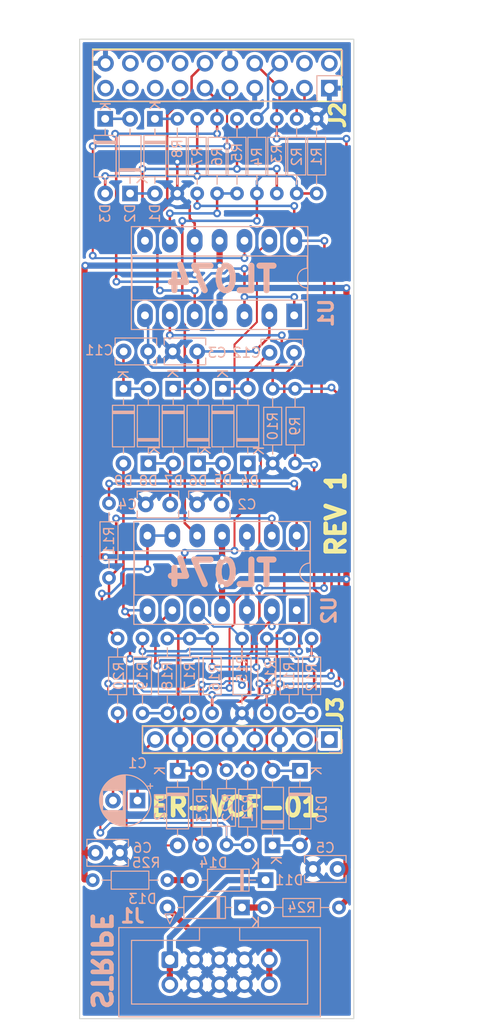
<source format=kicad_pcb>
(kicad_pcb (version 20211014) (generator pcbnew)
  (layers (0 "F.Cu" signal) (31 "B.Cu" signal) (34 "B.Paste" user) (35 "F.Paste" user) (36 "B.SilkS" user "B.Silkscreen") (37 "F.SilkS" user "F.Silkscreen") (38 "B.Mask" user) (39 "F.Mask" user) (44 "Edge.Cuts" user))
  (net 0 "")
  (net 1 "/J1-T")
  (net 2 "Net-(C1-Pad2)")
  (net 3 "Net-(C2-Pad1)")
  (net 4 "GND")
  (net 5 "Net-(C3-Pad1)")
  (net 6 "Net-(C4-Pad1)")
  (net 7 "Net-(C11-Pad1)")
  (net 8 "Net-(C11-Pad2)")
  (net 9 "Net-(C12-Pad2)")
  (net 10 "Net-(D1-Pad1)")
  (net 11 "Net-(D3-Pad2)")
  (net 12 "Net-(D1-Pad2)")
  (net 13 "Net-(D2-Pad2)")
  (net 14 "/CV")
  (net 15 "Net-(D4-Pad1)")
  (net 16 "Net-(D9-Pad2)")
  (net 17 "Net-(D10-Pad1)")
  (net 18 "Net-(D12-Pad2)")
  (net 19 "-12V")
  (net 20 "+12V")
  (net 21 "/POT6-1")
  (net 22 "/POT6-2")
  (net 23 "/POT6-3")
  (net 24 "Net-(D13-Pad1)")
  (net 25 "/POT4-2")
  (net 26 "/POT2-2")
  (net 27 "/POT5-1")
  (net 28 "/POT5-2")
  (net 29 "/POT5-3")
  (net 30 "Net-(D13-Pad2)")
  (net 31 "Net-(D14-Pad1)")
  (net 37 "/J2-T")
  (net 38 "/J4-S")
  (net 39 "/J4-T")
  (net 40 "/J3-T")
  (net 42 "/AUDIO")
  (net 43 "Net-(R3-Pad2)")
  (net 44 "Net-(R5-Pad1)")
  (net 45 "Net-(R11-Pad1)")
  (net 46 "Net-(R12-Pad2)")
  (net 47 "Net-(R13-Pad1)")
  (net 48 "Net-(R19-Pad1)")
  (net 49 "Net-(R22-Pad2)")
  (net 50 "Net-(R16-Pad2)")
  (net 51 "Net-(R21-Pad2)")
  (net 52 "Net-(R15-Pad2)")
  (net 53 "Net-(D14-Pad2)")
  (footprint "Resistor_THT:R_Axial_DIN0204_L3.6mm_D1.6mm_P7.62mm_Horizontal" (layer "B.Cu") (at 57.404 93.19 -90)
    (fp_text reference "R13")
    (fp_text value "33K")
  )
  (footprint "Connector_IDC:IDC-Header_2x05_P2.54mm_Vertical" (layer "B.Cu") (at 45.212 125.984 -90)
    (fp_text reference "J1")
    (fp_text value "ER-PWR-2X5")
  )
  (footprint "Resistor_THT:R_Axial_DIN0204_L3.6mm_D1.6mm_P7.62mm_Horizontal" (layer "B.Cu") (at 59.69 93.19 -90)
    (fp_text reference "R12")
    (fp_text value "2.2K")
  )
  (footprint "Capacitor_THT:C_Rect_L4.0mm_W2.5mm_P2.50mm" (layer "B.Cu") (at 42.993996 63.880009 180)
    (fp_text reference "C11")
    (fp_text value "1nF")
  )
  (footprint "Resistor_THT:R_Axial_DIN0204_L3.6mm_D1.6mm_P7.62mm_Horizontal" (layer "B.Cu") (at 52.578 100.81 90)
    (fp_text reference "R15")
    (fp_text value "33K")
  )
  (footprint "Connector_PinHeader_2.54mm:PinHeader_2x10_P2.54mm_Vertical" (layer "B.Cu") (at 61.500004 37.000002 90)
    (fp_text reference "J2")
    (fp_text value "PROTO01_POTS")
  )
  (footprint "Diode_THT:D_DO-35_SOD27_P7.62mm_Horizontal" (layer "B.Cu") (at 43.688 40.132 -90)
    (fp_text reference "D1")
    (fp_text value "1N4148")
  )
  (footprint "Capacitor_THT:C_Rect_L4.0mm_W2.5mm_P2.50mm" (layer "B.Cu") (at 40.112 115.062 180)
    (fp_text reference "C6")
    (fp_text value "0.1uF")
  )
  (footprint "Resistor_THT:R_Axial_DIN0204_L3.6mm_D1.6mm_P7.62mm_Horizontal" (layer "B.Cu") (at 39 87 90)
    (fp_text reference "R11")
    (fp_text value "1K")
  )
  (footprint "Resistor_THT:R_Axial_DIN0204_L3.6mm_D1.6mm_P7.62mm_Horizontal" (layer "B.Cu") (at 54.102 40.132 -90)
    (fp_text reference "R4")
    (fp_text value "100K")
  )
  (footprint "Capacitor_THT:C_Rect_L4.0mm_W2.5mm_P2.50mm" (layer "B.Cu") (at 62.337 116.713 180)
    (fp_text reference "C5")
    (fp_text value "0.1uF")
  )
  (footprint "Resistor_THT:R_Axial_DIN0204_L3.6mm_D1.6mm_P7.62mm_Horizontal" (layer "B.Cu") (at 53.158 106.69 -90)
    (fp_text reference "R21")
    (fp_text value "100K")
  )
  (footprint "Resistor_THT:R_Axial_DIN0204_L3.6mm_D1.6mm_P7.62mm_Horizontal" (layer "B.Cu") (at 56.134 40.132 -90)
    (fp_text reference "R3")
    (fp_text value "1K")
  )
  (footprint "Resistor_THT:R_Axial_DIN0204_L3.6mm_D1.6mm_P7.62mm_Horizontal" (layer "B.Cu") (at 60.198 40.132 -90)
    (fp_text reference "R1")
    (fp_text value "10K")
  )
  (footprint "Diode_THT:D_DO-35_SOD27_P7.62mm_Horizontal" (layer "B.Cu") (at 38.608 40.132 -90)
    (fp_text reference "D3")
    (fp_text value "1N4148")
  )
  (footprint "Diode_THT:D_DO-35_SOD27_P7.62mm_Horizontal" (layer "B.Cu") (at 54.991 117.856 180)
    (fp_text reference "D14")
    (fp_text value "1N4148")
  )
  (footprint "Diode_THT:D_DO-35_SOD27_P7.62mm_Horizontal" (layer "B.Cu") (at 40.474 67.69 -90)
    (fp_text reference "D9")
    (fp_text value "1N4148")
  )
  (footprint "Diode_THT:D_DO-35_SOD27_P7.62mm_Horizontal" (layer "B.Cu") (at 45.554 67.69 -90)
    (fp_text reference "D7")
    (fp_text value "1N4148")
  )
  (footprint "Resistor_THT:R_Axial_DIN0204_L3.6mm_D1.6mm_P7.62mm_Horizontal" (layer "B.Cu") (at 52.07 47.752 90)
    (fp_text reference "R5")
    (fp_text value "47K")
  )
  (footprint "Resistor_THT:R_Axial_DIN0204_L3.6mm_D1.6mm_P7.62mm_Horizontal" (layer "B.Cu") (at 51 114.244 90)
    (fp_text reference "R22")
    (fp_text value "100K")
  )
  (footprint "Capacitor_THT:C_Rect_L4.0mm_W2.5mm_P2.50mm" (layer "B.Cu") (at 57.89201 64.008 180)
    (fp_text reference "C12")
    (fp_text value "1nF")
  )
  (footprint "Resistor_THT:R_Axial_DIN0204_L3.6mm_D1.6mm_P7.62mm_Horizontal" (layer "B.Cu") (at 55.118 100.81 90)
    (fp_text reference "R14")
    (fp_text value "33K")
  )
  (footprint "Diode_THT:D_DO-35_SOD27_P7.62mm_Horizontal" (layer "B.Cu") (at 58.5 106.69 -90)
    (fp_text reference "D10")
    (fp_text value "1N4148")
  )
  (footprint "Resistor_THT:R_Axial_DIN0204_L3.6mm_D1.6mm_P7.62mm_Horizontal" (layer "B.Cu") (at 44.958 93.19 -90)
    (fp_text reference "R18")
    (fp_text value "33K")
  )
  (footprint "Diode_THT:D_DO-35_SOD27_P7.62mm_Horizontal" (layer "B.Cu") (at 43.014 75.31 90)
    (fp_text reference "D8")
    (fp_text value "1N4148")
  )
  (footprint "Diode_THT:D_DO-35_SOD27_P7.62mm_Horizontal" (layer "B.Cu") (at 55.698 114.31 90)
    (fp_text reference "D11")
    (fp_text value "1N4148")
  )
  (footprint "Resistor_THT:R_Axial_DIN0204_L3.6mm_D1.6mm_P7.62mm_Horizontal" (layer "B.Cu") (at 50.038 47.752 90)
    (fp_text reference "R6")
    (fp_text value "1K")
  )
  (footprint "Capacitor_THT:C_Rect_L4.0mm_W2.5mm_P2.50mm" (layer "B.Cu") (at 50.500001 79.499993 180)
    (fp_text reference "C4")
    (fp_text value "1nF")
  )
  (footprint "Resistor_THT:R_Axial_DIN0204_L3.6mm_D1.6mm_P7.62mm_Horizontal" (layer "B.Cu") (at 48.006 47.752 90)
    (fp_text reference "R7")
    (fp_text value "100K")
  )
  (footprint "Capacitor_THT:C_Rect_L4.0mm_W2.5mm_P2.50mm" (layer "B.Cu") (at 48.006 63.880009 180)
    (fp_text reference "C3")
    (fp_text value "1nF")
  )
  (footprint "Diode_THT:D_DO-35_SOD27_P7.62mm_Horizontal" (layer "B.Cu") (at 52.578 120.65 180)
    (fp_text reference "D13")
    (fp_text value "1N4148")
  )
  (footprint "Capacitor_THT:CP_Radial_D5.0mm_P2.50mm" (layer "B.Cu") (at 41.91 109.728 180)
    (fp_text reference "C1")
    (fp_text value "1uF")
  )
  (footprint "Resistor_THT:R_Axial_DIN0204_L3.6mm_D1.6mm_P7.62mm_Horizontal" (layer "B.Cu") (at 42.418 93.19 -90)
    (fp_text reference "R19")
    (fp_text value "2.2K")
  )
  (footprint "Resistor_THT:R_Axial_DIN0204_L3.6mm_D1.6mm_P7.62mm_Horizontal" (layer "B.Cu") (at 49.53 100.81 90)
    (fp_text reference "R16")
    (fp_text value "33K")
  )
  (footprint "Diode_THT:D_DO-35_SOD27_P7.62mm_Horizontal" (layer "B.Cu") (at 50.634 67.69 -90)
    (fp_text reference "D5")
    (fp_text value "1N4148")
  )
  (footprint "Resistor_THT:R_Axial_DIN0204_L3.6mm_D1.6mm_P7.62mm_Horizontal" (layer "B.Cu") (at 54.864 120.65)
    (fp_text reference "R24")
    (fp_text value "10")
  )
  (footprint "Resistor_THT:R_Axial_DIN0204_L3.6mm_D1.6mm_P7.62mm_Horizontal" (layer "B.Cu") (at 58 75.31 90)
    (fp_text reference "R9")
    (fp_text value "10K")
  )
  (footprint "Resistor_THT:R_Axial_DIN0204_L3.6mm_D1.6mm_P7.62mm_Horizontal" (layer "B.Cu") (at 55.714 75.31 90)
    (fp_text reference "R10")
    (fp_text value "2.2K")
  )
  (footprint "Diode_THT:D_DO-35_SOD27_P7.62mm_Horizontal" (layer "B.Cu") (at 48.094 75.31 90)
    (fp_text reference "D6")
    (fp_text value "1N4148")
  )
  (footprint "Package_DIP:DIP-14_W7.62mm_Socket_LongPads" (layer "B.Cu") (at 57.912 60.198 90)
    (fp_text reference "U1")
    (fp_text value "TL074")
  )
  (footprint "Resistor_THT:R_Axial_DIN0204_L3.6mm_D1.6mm_P7.62mm_Horizontal" (layer "B.Cu") (at 39.878 100.81 90)
    (fp_text reference "R20")
    (fp_text value "100K")
  )
  (footprint "Resistor_THT:R_Axial_DIN0204_L3.6mm_D1.6mm_P7.62mm_Horizontal" (layer "B.Cu") (at 58.166 40.132 -90)
    (fp_text reference "R2")
    (fp_text value "100K")
  )
  (footprint "Diode_THT:D_DO-35_SOD27_P7.62mm_Horizontal" (layer "B.Cu") (at 46 106.69 -90)
    (fp_text reference "D12")
    (fp_text value "1N4148")
  )
  (footprint "Resistor_THT:R_Axial_DIN0204_L3.6mm_D1.6mm_P7.62mm_Horizontal" (layer "B.Cu") (at 45.974 47.752 90)
    (fp_text reference "R8")
    (fp_text value "1K")
  )
  (footprint "Resistor_THT:R_Axial_DIN0204_L3.6mm_D1.6mm_P7.62mm_Horizontal" (layer "B.Cu") (at 44.958 117.856 180)
    (fp_text reference "R25")
    (fp_text value "10")
  )
  (footprint "Capacitor_THT:C_Rect_L4.0mm_W2.5mm_P2.50mm" (layer "B.Cu") (at 45.249998 79.499993 180)
    (fp_text reference "C2")
    (fp_text value "1nF")
  )
  (footprint "Resistor_THT:R_Axial_DIN0204_L3.6mm_D1.6mm_P7.62mm_Horizontal" (layer "B.Cu") (at 48.5 106.69 -90)
    (fp_text reference "R23")
    (fp_text value "33K")
  )
  (footprint "Diode_THT:D_DO-35_SOD27_P7.62mm_Horizontal" (layer "B.Cu") (at 53.174 75.31 90)
    (fp_text reference "D4")
    (fp_text value "1N4148")
  )
  (footprint "Diode_THT:D_DO-35_SOD27_P7.62mm_Horizontal" (layer "B.Cu") (at 41.148 47.752 90)
    (fp_text reference "D2")
    (fp_text value "1N4148")
  )
  (footprint "Connector_PinHeader_2.54mm:PinHeader_1x08_P2.54mm_Vertical" (layer "B.Cu") (at 61.500004 103.499996 90)
    (fp_text reference "J3")
    (fp_text value "PROTO01_JACKS")
  )
  (footprint "Resistor_THT:R_Axial_DIN0204_L3.6mm_D1.6mm_P7.62mm_Horizontal" (layer "B.Cu") (at 47.244 100.81 90)
    (fp_text reference "R17")
    (fp_text value "33K")
  )
  (footprint "Package_DIP:DIP-14_W7.62mm_Socket_LongPads" (layer "B.Cu") (at 58.166 90.299997 90)
    (fp_text reference "U2")
    (fp_text value "TL074")
  )
  (gr_rect (start 37.338 33.02) (end 62.738 38.354) (layer "F.SilkS") (width 0.15) (fill none))
  (gr_rect (start 42.418 102.108) (end 62.738 104.902) (layer "F.SilkS") (width 0.15) (fill none))
  (gr_rect (start 36 32) (end 64 132) (layer "Edge.Cuts") (width 0.1) (fill none))
  (gr_text "TL074" (at 50.500001 56.499989) (layer "B.SilkS") (effects (font (size 2.5 2.5) (thickness 0.625)) (justify mirror)))
  (gr_text "TL074" (at 50.5 86.5) (layer "B.SilkS") (effects (font (size 2.5 2.5) (thickness 0.625)) (justify mirror)))
  (gr_text "STRIPE" (at 38.2016 126.0856 270) (layer "B.SilkS") (effects (font (size 1.905 1.905) (thickness 0.47625)) (justify mirror)))
  (gr_text "REV 1" (at 62.1792 80.4672 90) (layer "F.SilkS") (effects (font (size 1.905 1.905) (thickness 0.47625))))
  (gr_text "ER-VCF-01" (at 51.943 110.363) (layer "F.SilkS") (effects (font (size 1.905 1.905) (thickness 0.47625))))
  (segment (start 41.91 105.31) (end 41.91 109.728) (width 0.254) (layer "F.Cu") (net 1))
  (segment (start 43.72 103.5) (end 41.91 105.31) (width 0.254) (layer "F.Cu") (net 1))
  (segment (start 39.41 103.846) (end 39.878 103.378) (width 0.254) (layer "F.Cu") (net 2))
  (segment (start 39.41 109.728) (end 39.41 103.846) (width 0.254) (layer "F.Cu") (net 2))
  (segment (start 39.878 103.378) (end 39.878 100.81) (width 0.254) (layer "F.Cu") (net 2))
  (segment (start 45.249998 79.499993) (end 45.249998 75.614002) (width 0.254) (layer "F.Cu") (net 3))
  (segment (start 43.014 75.31) (end 45.554 75.31) (width 0.254) (layer "B.Cu") (net 3))
  (segment (start 47.752 52.578) (end 47.752 56.035) (width 0.254) (layer "F.Cu") (net 4))
  (segment (start 47.244 49.022) (end 47.244 50.292) (width 0.254) (layer "F.Cu") (net 4))
  (segment (start 45.974 47.752) (end 45.974 44.521) (width 0.254) (layer "F.Cu") (net 4))
  (segment (start 45.974 47.752) (end 47.244 49.022) (width 0.254) (layer "F.Cu") (net 4))
  (segment (start 47.752 50.8) (end 47.244 50.292) (width 0.254) (layer "F.Cu") (net 4))
  (segment (start 47.752 52.578) (end 47.752 50.8) (width 0.254) (layer "F.Cu") (net 4))
  (via (at 45.974 44.521) (size 0.8) (drill 0.4) (layers "F.Cu" "B.Cu") (net 4))
  (via (at 47.752 56.035) (size 0.8) (drill 0.4) (layers "F.Cu" "B.Cu") (net 4))
  (segment (start 55.372 62.384504) (end 55.372 60.198) (width 0.254) (layer "F.Cu") (net 5))
  (segment (start 48.094 67.69) (end 48.094 63.968009) (width 0.254) (layer "F.Cu") (net 5))
  (segment (start 54.018872 63.737632) (end 55.372 62.384504) (width 0.254) (layer "F.Cu") (net 5))
  (via (at 54.018872 63.737632) (size 0.8) (drill 0.4) (layers "F.Cu" "B.Cu") (net 5))
  (segment (start 53.876495 63.880009) (end 54.018872 63.737632) (width 0.254) (layer "B.Cu") (net 5))
  (segment (start 45.554 67.69) (end 48.094 67.69) (width 0.254) (layer "B.Cu") (net 5))
  (segment (start 48.006 63.880009) (end 53.876495 63.880009) (width 0.254) (layer "B.Cu") (net 5))
  (segment (start 50.500001 79.499993) (end 50.500001 75.443999) (width 0.254) (layer "F.Cu") (net 6))
  (segment (start 50.634 75.31) (end 48.094 75.31) (width 0.254) (layer "B.Cu") (net 6))
  (segment (start 59.944 88.138) (end 59.944 75.438) (width 0.254) (layer "F.Cu") (net 7))
  (segment (start 56.896 66.294) (end 57.89201 65.29799) (width 0.254) (layer "F.Cu") (net 7))
  (segment (start 58 73.24) (end 56.896 72.136) (width 0.254) (layer "F.Cu") (net 7))
  (segment (start 60.96 99.822) (end 59.944 98.806) (width 0.254) (layer "F.Cu") (net 7))
  (segment (start 60.96 101.686978) (end 60.96 99.822) (width 0.254) (layer "F.Cu") (net 7))
  (segment (start 60.716511 88.910511) (end 59.944 88.138) (width 0.254) (layer "F.Cu") (net 7))
  (segment (start 59.944 96.52) (end 60.716511 95.747489) (width 0.254) (layer "F.Cu") (net 7))
  (segment (start 60.716511 95.747489) (end 60.716511 88.910511) (width 0.254) (layer "F.Cu") (net 7))
  (segment (start 58.5 114.31) (end 60.136511 112.673489) (width 0.254) (layer "F.Cu") (net 7))
  (segment (start 58 75.31) (end 58 73.24) (width 0.254) (layer "F.Cu") (net 7))
  (segment (start 57.89201 65.29799) (end 57.89201 64.008) (width 0.254) (layer "F.Cu") (net 7))
  (segment (start 60.136511 112.673489) (end 60.136511 102.510467) (width 0.254) (layer "F.Cu") (net 7))
  (segment (start 59.944 98.806) (end 59.944 96.52) (width 0.254) (layer "F.Cu") (net 7))
  (segment (start 56.896 72.136) (end 56.896 66.294) (width 0.254) (layer "F.Cu") (net 7))
  (segment (start 60.136511 102.510467) (end 60.96 101.686978) (width 0.254) (layer "F.Cu") (net 7))
  (via (at 59.944 75.438) (size 0.8) (drill 0.4) (layers "F.Cu" "B.Cu") (net 7))
  (segment (start 55.698 114.31) (end 58.5 114.31) (width 0.254) (layer "B.Cu") (net 7))
  (segment (start 58 75.31) (end 59.816 75.31) (width 0.254) (layer "B.Cu") (net 7))
  (segment (start 42.993996 65.091996) (end 43.434 65.532) (width 0.254) (layer "B.Cu") (net 7))
  (segment (start 43.434 65.532) (end 57.404 65.532) (width 0.254) (layer "B.Cu") (net 7))
  (segment (start 42.993996 63.880009) (end 42.993996 60.519996) (width 0.254) (layer "B.Cu") (net 7))
  (segment (start 57.89201 64.008) (end 57.89201 65.04399) (width 0.254) (layer "B.Cu") (net 7))
  (segment (start 42.993996 63.880009) (end 42.993996 65.091996) (width 0.254) (layer "B.Cu") (net 7))
  (segment (start 59.816 75.31) (end 59.944 75.438) (width 0.254) (layer "B.Cu") (net 7))
  (segment (start 57.89201 65.04399) (end 57.404 65.532) (width 0.254) (layer "B.Cu") (net 7))
  (segment (start 40.474 67.69) (end 40.474 63.900005) (width 0.254) (layer "F.Cu") (net 8))
  (segment (start 40.474 67.69) (end 43.014 67.69) (width 0.254) (layer "B.Cu") (net 8))
  (segment (start 53.174 66.22601) (end 55.39201 64.008) (width 0.254) (layer "F.Cu") (net 9))
  (segment (start 53.174 67.69) (end 53.174 66.22601) (width 0.254) (layer "F.Cu") (net 9))
  (segment (start 50.634 67.69) (end 53.174 67.69) (width 0.254) (layer "B.Cu") (net 9))
  (segment (start 43.688 40.132) (end 45.974 40.132) (width 0.254) (layer "B.Cu") (net 10))
  (segment (start 38.608 45.974) (end 38.608 47.752) (width 0.254) (layer "F.Cu") (net 11))
  (segment (start 46.736 61.175139) (end 46.482 60.921139) (width 0.254) (layer "F.Cu") (net 11))
  (segment (start 48.006 45.974) (end 48.006 40.132) (width 0.254) (layer "F.Cu") (net 11))
  (segment (start 60.198 47.752) (end 58.166 47.752) (width 0.254) (layer "F.Cu") (net 11))
  (segment (start 46.482 60.921139) (end 46.482 50.546) (width 0.254) (layer "F.Cu") (net 11))
  (segment (start 46.736 81.409997) (end 46.736 61.175139) (width 0.254) (layer "F.Cu") (net 11))
  (segment (start 48.006 82.679997) (end 46.736 81.409997) (width 0.254) (layer "F.Cu") (net 11))
  (segment (start 54.102 50.546) (end 54.102 47.752) (width 0.254) (layer "F.Cu") (net 11))
  (via (at 54.102 50.546) (size 0.8) (drill 0.4) (layers "F.Cu" "B.Cu") (net 11))
  (via (at 48.006 45.974) (size 0.8) (drill 0.4) (layers "F.Cu" "B.Cu") (net 11))
  (via (at 38.608 45.974) (size 0.8) (drill 0.4) (layers "F.Cu" "B.Cu") (net 11))
  (via (at 46.482 50.546) (size 0.8) (drill 0.4) (layers "F.Cu" "B.Cu") (net 11))
  (segment (start 54.61 45.974) (end 57.658 45.974) (width 0.254) (layer "B.Cu") (net 11))
  (segment (start 57.658 45.974) (end 58.166 46.482) (width 0.254) (layer "B.Cu") (net 11))
  (segment (start 54.102 46.482) (end 54.61 45.974) (width 0.254) (layer "B.Cu") (net 11))
  (segment (start 58.166 46.482) (end 58.166 47.752) (width 0.254) (layer "B.Cu") (net 11))
  (segment (start 54.61 45.974) (end 48.006 45.974) (width 0.254) (layer "B.Cu") (net 11))
  (segment (start 54.102 47.752) (end 54.102 46.482) (width 0.254) (layer "B.Cu") (net 11))
  (segment (start 48.006 45.974) (end 38.608 45.974) (width 0.254) (layer "B.Cu") (net 11))
  (segment (start 46.482 50.546) (end 54.102 50.546) (width 0.254) (layer "B.Cu") (net 11))
  (segment (start 41.148 47.752) (end 43.688 47.752) (width 0.254) (layer "B.Cu") (net 12))
  (segment (start 38.608 40.132) (end 41.148 40.132) (width 0.254) (layer "B.Cu") (net 13))
  (segment (start 44.958 104.3432) (end 46 105.3852) (width 0.254) (layer "F.Cu") (net 14))
  (segment (start 46 105.3852) (end 46 106.69) (width 0.254) (layer "F.Cu") (net 14))
  (segment (start 44.958 102.616) (end 44.958 104.3432) (width 0.254) (layer "F.Cu") (net 14))
  (segment (start 45.96 102.094) (end 45.48 102.094) (width 0.254) (layer "F.Cu") (net 14))
  (segment (start 45.48 102.094) (end 44.958 102.616) (width 0.254) (layer "F.Cu") (net 14))
  (segment (start 47.244 100.81) (end 45.96 102.094) (width 0.254) (layer "F.Cu") (net 14))
  (segment (start 46 106.69) (end 48.5 106.69) (width 0.254) (layer "B.Cu") (net 14))
  (segment (start 46.736 91.672978) (end 46.0756 92.333378) (width 0.254) (layer "F.Cu") (net 15))
  (segment (start 52.451 80.391) (end 53.086 79.756) (width 0.254) (layer "F.Cu") (net 15))
  (segment (start 53.174 79.668) (end 52.451 80.391) (width 0.2032) (layer "F.Cu") (net 15))
  (segment (start 46.0756 99.6924) (end 44.958 100.81) (width 0.254) (layer "F.Cu") (net 15))
  (segment (start 53.174 75.31) (end 53.174 79.668) (width 0.2032) (layer "F.Cu") (net 15))
  (segment (start 52.0954 80.7466) (end 52.451 80.391) (width 0.254) (layer "F.Cu") (net 15))
  (segment (start 51.816 81.026) (end 52.0954 80.7466) (width 0.2032) (layer "F.Cu") (net 15))
  (segment (start 46.0756 92.333378) (end 46.0756 99.6924) (width 0.254) (layer "F.Cu") (net 15))
  (segment (start 51.816 84.2264) (end 51.816 81.026) (width 0.2032) (layer "F.Cu") (net 15))
  (segment (start 46.736 84.427) (end 46.736 91.672978) (width 0.254) (layer "F.Cu") (net 15))
  (via (at 46.736 84.427) (size 0.8) (drill 0.4) (layers "F.Cu" "B.Cu") (net 15))
  (via (at 51.816 84.2264) (size 0.8) (drill 0.4) (layers "F.Cu" "B.Cu") (net 15))
  (segment (start 42.418 100.81) (end 44.958 100.81) (width 0.254) (layer "B.Cu") (net 15))
  (segment (start 51.816 84.2264) (end 46.9366 84.2264) (width 0.2032) (layer "B.Cu") (net 15))
  (segment (start 51.4604 84.2264) (end 46.9366 84.2264) (width 0.254) (layer "B.Cu") (net 15))
  (segment (start 46.9366 84.2264) (end 46.736 84.427) (width 0.2032) (layer "B.Cu") (net 15))
  (segment (start 41.148 90.932) (end 41.148 95.25) (width 0.254) (layer "F.Cu") (net 16))
  (segment (start 40.474 90.258) (end 40.64 90.424) (width 0.254) (layer "F.Cu") (net 16))
  (segment (start 40.64 90.424) (end 41.148 90.932) (width 0.254) (layer "F.Cu") (net 16))
  (segment (start 59.69 93.19) (end 59.69 95.25) (width 0.254) (layer "F.Cu") (net 16))
  (segment (start 40.474 75.31) (end 40.474 90.258) (width 0.254) (layer "F.Cu") (net 16))
  (via (at 40.64 90.424) (size 0.8) (drill 0.4) (layers "F.Cu" "B.Cu") (net 16))
  (via (at 41.148 95.25) (size 0.8) (drill 0.4) (layers "F.Cu" "B.Cu") (net 16))
  (via (at 59.69 95.25) (size 0.8) (drill 0.4) (layers "F.Cu" "B.Cu") (net 16))
  (segment (start 42.991923 94.94152) (end 47.19688 94.94152) (width 0.254) (layer "B.Cu") (net 16))
  (segment (start 41.148 95.25) (end 42.683443 95.25) (width 0.254) (layer "B.Cu") (net 16))
  (segment (start 58.0644 95.159843) (end 58.0644 95.25) (width 0.254) (layer "B.Cu") (net 16))
  (segment (start 47.19688 94.94152) (end 47.40008 94.73832) (width 0.254) (layer "B.Cu") (net 16))
  (segment (start 47.40008 94.73832) (end 57.642877 94.73832) (width 0.254) (layer "B.Cu") (net 16))
  (segment (start 40.764003 90.299997) (end 40.64 90.424) (width 0.254) (layer "B.Cu") (net 16))
  (segment (start 42.683443 95.25) (end 42.991923 94.94152) (width 0.254) (layer "B.Cu") (net 16))
  (segment (start 40.769997 90.299997) (end 40.764003 90.299997) (width 0.254) (layer "B.Cu") (net 16))
  (segment (start 57.642877 94.73832) (end 58.0644 95.159843) (width 0.254) (layer "B.Cu") (net 16))
  (segment (start 58.0644 95.25) (end 59.69 95.25) (width 0.254) (layer "B.Cu") (net 16))
  (segment (start 42.926 90.299997) (end 40.769997 90.299997) (width 0.254) (layer "B.Cu") (net 16))
  (segment (start 55.714 67.69) (end 55.714 65.698) (width 0.254) (layer "F.Cu") (net 17))
  (segment (start 56.642 62.23) (end 56.642 64.77) (width 0.254) (layer "F.Cu") (net 17))
  (segment (start 55.118 105.664) (end 55.118 102.87) (width 0.254) (layer "F.Cu") (net 17))
  (segment (start 55.698 106.244) (end 55.118 105.664) (width 0.254) (layer "F.Cu") (net 17))
  (segment (start 62.484 68.326) (end 61.722 67.564) (width 0.254) (layer "F.Cu") (net 17))
  (segment (start 62.484 97.635) (end 62.484 68.326) (width 0.254) (layer "F.Cu") (net 17))
  (segment (start 45.212 60.198) (end 45.212 62.23) (width 0.254) (layer "F.Cu") (net 17))
  (segment (start 62.329 97.79) (end 62.484 97.635) (width 0.254) (layer "F.Cu") (net 17))
  (segment (start 56.2356 101.7524) (end 56.2356 97.97485) (width 0.254) (layer "F.Cu") (net 17))
  (segment (start 56.2356 97.97485) (end 56.404225 97.806225) (width 0.254) (layer "F.Cu") (net 17))
  (segment (start 55.714 65.698) (end 56.642 64.77) (width 0.254) (layer "F.Cu") (net 17))
  (segment (start 55.118 102.87) (end 56.2356 101.7524) (width 0.254) (layer "F.Cu") (net 17))
  (via (at 61.722 67.564) (size 0.8) (drill 0.4) (layers "F.Cu" "B.Cu") (net 17))
  (via (at 62.329 97.79) (size 0.8) (drill 0.4) (layers "F.Cu" "B.Cu") (net 17))
  (via (at 56.404225 97.806225) (size 0.8) (drill 0.4) (layers "F.Cu" "B.Cu") (net 17))
  (via (at 45.212 62.23) (size 0.8) (drill 0.4) (layers "F.Cu" "B.Cu") (net 17))
  (via (at 56.642 62.23) (size 0.8) (drill 0.4) (layers "F.Cu" "B.Cu") (net 17))
  (segment (start 56.404225 97.806225) (end 59.165775 97.806225) (width 0.254) (layer "B.Cu") (net 17))
  (segment (start 59.182 97.79) (end 62.329 97.79) (width 0.254) (layer "B.Cu") (net 17))
  (segment (start 59.165775 97.806225) (end 59.182 97.79) (width 0.254) (layer "B.Cu") (net 17))
  (segment (start 61.722 67.564) (end 61.596 67.69) (width 0.254) (layer "B.Cu") (net 17))
  (segment (start 58 67.69) (end 55.714 67.69) (width 0.254) (layer "B.Cu") (net 17))
  (segment (start 61.596 67.69) (end 58 67.69) (width 0.254) (layer "B.Cu") (net 17))
  (segment (start 55.698 106.69) (end 58.5 106.69) (width 0.254) (layer "B.Cu") (net 17))
  (segment (start 45.212 62.23) (end 56.642 62.23) (width 0.254) (layer "B.Cu") (net 17))
  (segment (start 41.8692 114.31) (end 46 114.31) (width 0.2032) (layer "F.Cu") (net 18))
  (segment (start 38.1508 93.6752) (end 40.879111 96.403511) (width 0.2032) (layer "F.Cu") (net 18))
  (segment (start 40.879111 96.403511) (end 40.879111 108.556667) (width 0.2032) (layer "F.Cu") (net 18))
  (segment (start 40.879111 108.556667) (end 40.7924 108.643378) (width 0.2032) (layer "F.Cu") (net 18))
  (segment (start 38.1508 90.5764) (end 38.1508 93.6752) (width 0.2032) (layer "F.Cu") (net 18))
  (segment (start 38.2735 88.5952) (end 38.2735 90.4537) (width 0.254) (layer "F.Cu") (net 18))
  (segment (start 40.7924 113.2332) (end 41.8692 114.31) (width 0.2032) (layer "F.Cu") (net 18))
  (segment (start 38.2016 90.17) (end 37.7698 89.7382) (width 0.2032) (layer "F.Cu") (net 18))
  (segment (start 40.7924 108.643378) (end 40.7924 113.2332) (width 0.2032) (layer "F.Cu") (net 18))
  (segment (start 37.779889 89.748289) (end 38.1508 90.1192) (width 0.254) (layer "F.Cu") (net 18))
  (segment (start 42.926 82.679997) (end 42.926 86.106) (width 0.254) (layer "F.Cu") (net 18))
  (segment (start 38.1508 90.1192) (end 38.2016 90.17) (width 0.2032) (layer "F.Cu") (net 18))
  (segment (start 38.2735 90.4537) (end 38.1508 90.5764) (width 0.254) (layer "F.Cu") (net 18))
  (segment (start 38.1508 90.1192) (end 38.1508 90.5764) (width 0.2032) (layer "F.Cu") (net 18))
  (via (at 38.2735 88.5952) (size 0.8) (drill 0.4) (layers "F.Cu" "B.Cu") (net 18))
  (via (at 42.926 86.106) (size 0.8) (drill 0.4) (layers "F.Cu" "B.Cu") (net 18))
  (segment (start 38.2735 88.5952) (end 39.1668 88.5952) (width 0.254) (layer "B.Cu") (net 18))
  (segment (start 40.259 86.5378) (end 40.259 87.503) (width 0.254) (layer "B.Cu") (net 18))
  (segment (start 40.6908 86.106) (end 40.259 86.5378) (width 0.254) (layer "B.Cu") (net 18))
  (segment (start 40.259 87.503) (end 39.1668 88.5952) (width 0.254) (layer "B.Cu") (net 18))
  (segment (start 42.926 82.679997) (end 45.466 82.679997) (width 0.254) (layer "B.Cu") (net 18))
  (segment (start 42.926 86.106) (end 40.6908 86.106) (width 0.254) (layer "B.Cu") (net 18))
  (segment (start 50.546 82.679997) (end 50.546 85.09) (width 0.635) (layer "F.Cu") (net 19))
  (segment (start 36.5 84.8108) (end 36.5 55.194) (width 0.635) (layer "F.Cu") (net 19))
  (segment (start 36.576 115.062) (end 36.5 115.138) (width 0.635) (layer "F.Cu") (net 19))
  (segment (start 36.5 116.51) (end 36.5 115.138) (width 0.635) (layer "F.Cu") (net 19))
  (segment (start 37.262 117.78) (end 36.5 117.78) (width 0.635) (layer "F.Cu") (net 19))
  (segment (start 37.612 115.062) (end 36.576 115.062) (width 0.635) (layer "F.Cu") (net 19))
  (segment (start 50.292 55.118) (end 50.292 52.578) (width 0.635) (layer "F.Cu") (net 19))
  (segment (start 38.5828 84.8108) (end 38.6588 84.8868) (width 0.635) (layer "F.Cu") (net 19))
  (segment (start 37.338 117.856) (end 37.262 117.78) (width 0.635) (layer "F.Cu") (net 19))
  (segment (start 36.5 115.138) (end 36.5 84.8108) (width 0.635) (layer "F.Cu") (net 19))
  (segment (start 36.5 84.8108) (end 38.5828 84.8108) (width 0.635) (layer "F.Cu") (net 19))
  (segment (start 36.5 55.194) (end 36.576 55.118) (width 0.635) (layer "F.Cu") (net 19))
  (segment (start 36.5 117.78) (end 36.5 116.51) (width 0.635) (layer "F.Cu") (net 19))
  (via (at 50.292 55.118) (size 0.8) (drill 0.4) (layers "F.Cu" "B.Cu") (net 19))
  (via (at 38.6588 84.8868) (size 0.8) (drill 0.4) (layers "F.Cu" "B.Cu") (net 19))
  (via (at 50.546 84.9529) (size 0.8) (drill 0.4) (layers "F.Cu" "B.Cu") (net 19))
  (via (at 36.576 55.118) (size 0.8) (drill 0.4) (layers "F.Cu" "B.Cu") (net 19))
  (segment (start 36.576 55.118) (end 50.292 55.118) (width 0.635) (layer "B.Cu") (net 19))
  (segment (start 45.8216 85.344) (end 47.7012 85.344) (width 0.635) (layer "B.Cu") (net 19))
  (segment (start 48.0923 84.9529) (end 47.7012 85.344) (width 0.635) (layer "B.Cu") (net 19))
  (segment (start 45.8216 85.344) (end 45.3644 84.8868) (width 0.635) (layer "B.Cu") (net 19))
  (segment (start 50.546 84.9529) (end 48.0923 84.9529) (width 0.635) (layer "B.Cu") (net 19))
  (segment (start 38.6588 84.8868) (end 45.3644 84.8868) (width 0.635) (layer "B.Cu") (net 19))
  (segment (start 63.246 119.888) (end 62.484 120.65) (width 0.635) (layer "F.Cu") (net 20))
  (segment (start 62.464 116.84) (end 62.337 116.713) (width 0.635) (layer "F.Cu") (net 20))
  (segment (start 63.246 87.122) (end 63.246 116.84) (width 0.635) (layer "F.Cu") (net 20))
  (segment (start 50.546 87.8332) (end 50.546 90.299997) (width 0.635) (layer "F.Cu") (net 20))
  (segment (start 63.246 116.84) (end 63.246 119.888) (width 0.635) (layer "F.Cu") (net 20))
  (segment (start 63.246 116.84) (end 62.464 116.84) (width 0.635) (layer "F.Cu") (net 20))
  (segment (start 63.246 87.122) (end 63.246 57.404) (width 0.635) (layer "F.Cu") (net 20))
  (via (at 63.246 57.404) (size 0.8) (drill 0.4) (layers "F.Cu" "B.Cu") (net 20))
  (via (at 50.546 87.8332) (size 0.8) (drill 0.4) (layers "F.Cu" "B.Cu") (net 20))
  (via (at 63.246 87.122) (size 0.8) (drill 0.4) (layers "F.Cu" "B.Cu") (net 20))
  (segment (start 52.4764 87.122) (end 51.7652 87.8332) (width 0.635) (layer "B.Cu") (net 20))
  (segment (start 51.1048 57.404) (end 63.246 57.404) (width 0.635) (layer "B.Cu") (net 20))
  (segment (start 51.7652 87.8332) (end 50.546 87.8332) (width 0.635) (layer "B.Cu") (net 20))
  (segment (start 51.1048 57.404) (end 50.292 58.2168) (width 0.635) (layer "B.Cu") (net 20))
  (segment (start 63.246 87.122) (end 52.4764 87.122) (width 0.635) (layer "B.Cu") (net 20))
  (segment (start 50.292 58.2168) (end 50.292 60.198) (width 0.635) (layer "B.Cu") (net 20))
  (segment (start 58.960004 37.000002) (end 58.960004 38.321996) (width 0.254) (layer "F.Cu") (net 22))
  (segment (start 58.42 38.608) (end 58.166 38.862) (width 0.254) (layer "F.Cu") (net 22))
  (segment (start 58.960004 38.321996) (end 58.674 38.608) (width 0.254) (layer "F.Cu") (net 22))
  (segment (start 58.166 40.132) (end 58.166 38.862) (width 0.254) (layer "F.Cu") (net 22))
  (segment (start 58.674 38.608) (end 58.42 38.608) (width 0.254) (layer "F.Cu") (net 22))
  (segment (start 52.578 120.65) (end 54.864 120.65) (width 0.635) (layer "F.Cu") (net 24))
  (segment (start 54.102 40.132) (end 55.243493 38.990507) (width 0.254) (layer "B.Cu") (net 25))
  (segment (start 55.243493 38.990507) (end 55.243493 35.636513) (width 0.254) (layer "B.Cu") (net 25))
  (segment (start 55.243493 35.636513) (end 56.420004 34.460002) (width 0.254) (layer "B.Cu") (net 25))
  (segment (start 51.054 42.926) (end 51.054 38.862) (width 0.2032) (layer "F.Cu") (net 26))
  (segment (start 51.340004 38.575996) (end 51.054 38.862) (width 0.2032) (layer "F.Cu") (net 26))
  (segment (start 51.340004 37.000002) (end 51.340004 38.575996) (width 0.2032) (layer "F.Cu") (net 26))
  (segment (start 37.338 54.102) (end 37.338 42.926) (width 0.2032) (layer "F.Cu") (net 26))
  (segment (start 52.832 52.578) (end 52.832 54.356) (width 0.2032) (layer "F.Cu") (net 26))
  (via (at 52.832 54.356) (size 0.8) (drill 0.4) (layers "F.Cu" "B.Cu") (net 26))
  (via (at 51.054 42.926) (size 0.8) (drill 0.4) (layers "F.Cu" "B.Cu") (net 26))
  (via (at 37.338 42.926) (size 0.8) (drill 0.4) (layers "F.Cu" "B.Cu") (net 26))
  (via (at 37.338 54.102) (size 0.8) (drill 0.4) (layers "F.Cu" "B.Cu") (net 26))
  (segment (start 37.338 42.926) (end 51.054 42.926) (width 0.2032) (layer "B.Cu") (net 26))
  (segment (start 52.832 54.356) (end 37.592 54.356) (width 0.2032) (layer "B.Cu") (net 26))
  (segment (start 37.592 54.356) (end 37.338 54.102) (width 0.2032) (layer "B.Cu") (net 26))
  (segment (start 52.832 58.321) (end 52.832 55.4228) (width 0.254) (layer "F.Cu") (net 27))
  (segment (start 57.912 58.321) (end 57.912 60.198) (width 0.254) (layer "F.Cu") (net 27))
  (segment (start 50.038 40.132) (end 50.038 41.656) (width 0.254) (layer "F.Cu") (net 27))
  (segment (start 39.734511 41.766511) (end 39.734511 56.737533) (width 0.254) (layer "F.Cu") (net 27))
  (segment (start 50.038 38.237998) (end 50.038 40.132) (width 0.254) (layer "F.Cu") (net 27))
  (segment (start 52.832 60.198) (end 52.832 58.321) (width 0.254) (layer "F.Cu") (net 27))
  (segment (start 48.800004 37.000002) (end 50.038 38.237998) (width 0.254) (layer "F.Cu") (net 27))
  (segment (start 39.624 41.656) (end 39.734511 41.766511) (width 0.254) (layer "F.Cu") (net 27))
  (segment (start 39.734511 56.737533) (end 39.758489 56.761511) (width 0.254) (layer "F.Cu") (net 27))
  (via (at 52.832 58.321) (size 0.8) (drill 0.4) (layers "F.Cu" "B.Cu") (net 27))
  (via (at 39.624 41.656) (size 0.8) (drill 0.4) (layers "F.Cu" "B.Cu") (net 27))
  (via (at 57.912 58.321) (size 0.8) (drill 0.4) (layers "F.Cu" "B.Cu") (net 27))
  (via (at 50.038 41.656) (size 0.8) (drill 0.4) (layers "F.Cu" "B.Cu") (net 27))
  (via (at 52.832 55.4228) (size 0.8) (drill 0.4) (layers "F.Cu" "B.Cu") (net 27))
  (via (at 39.758489 56.761511) (size 0.8) (drill 0.4) (layers "F.Cu" "B.Cu") (net 27))
  (segment (start 52.832 55.4228) (end 51.2572 55.4228) (width 0.254) (layer "B.Cu") (net 27))
  (segment (start 39.758489 56.761511) (end 48.597689 56.761511) (width 0.254) (layer "B.Cu") (net 27))
  (segment (start 52.832 58.321) (end 57.912 58.321) (width 0.254) (layer "B.Cu") (net 27))
  (segment (start 50.038 41.656) (end 39.624 41.656) (width 0.254) (layer "B.Cu") (net 27))
  (segment (start 50.7746 55.9054) (end 49.4538 55.9054) (width 0.254) (layer "B.Cu") (net 27))
  (segment (start 49.4538 55.9054) (end 48.597689 56.761511) (width 0.254) (layer "B.Cu") (net 27))
  (segment (start 51.2572 55.4228) (end 50.7746 55.9054) (width 0.254) (layer "B.Cu") (net 27))
  (segment (start 44.947489 39.706804) (end 44.947489 49.021068) (width 0.254) (layer "F.Cu") (net 28))
  (segment (start 44.947489 49.021068) (end 43.942 50.026557) (width 0.254) (layer "F.Cu") (net 28))
  (segment (start 47.436515 38.161485) (end 46.492808 38.161485) (width 0.254) (layer "F.Cu") (net 28))
  (segment (start 48.800004 34.460002) (end 47.436515 35.823491) (width 0.254) (layer "F.Cu") (net 28))
  (segment (start 43.942 50.026557) (end 43.942 57.404) (width 0.254) (layer "F.Cu") (net 28))
  (segment (start 47.752 60.198) (end 47.752 57.658) (width 0.254) (layer "F.Cu") (net 28))
  (segment (start 46.492808 38.161485) (end 44.947489 39.706804) (width 0.254) (layer "F.Cu") (net 28))
  (segment (start 47.436515 35.823491) (end 47.436515 38.161485) (width 0.254) (layer "F.Cu") (net 28))
  (segment (start 43.942 57.404) (end 44.196 57.658) (width 0.254) (layer "F.Cu") (net 28))
  (via (at 47.752 57.658) (size 0.8) (drill 0.4) (layers "F.Cu" "B.Cu") (net 28))
  (via (at 44.196 57.658) (size 0.8) (drill 0.4) (layers "F.Cu" "B.Cu") (net 28))
  (segment (start 44.196 57.658) (end 47.752 57.658) (width 0.254) (layer "B.Cu") (net 28))
  (segment (start 47.498 123.19) (end 54.483 123.19) (width 0.635) (layer "F.Cu") (net 30))
  (segment (start 55.372 124.079) (end 55.372 125.984) (width 0.635) (layer "F.Cu") (net 30))
  (segment (start 54.483 123.19) (end 55.372 124.079) (width 0.635) (layer "F.Cu") (net 30))
  (segment (start 44.958 120.65) (end 47.498 123.19) (width 0.635) (layer "F.Cu") (net 30))
  (segment (start 55.372 128.5335) (end 55.372 125.9935) (width 0.635) (layer "F.Cu") (net 30))
  (segment (start 45.212 128.524) (end 45.212 125.984) (width 0.635) (layer "F.Cu") (net 31))
  (segment (start 45.212 123.698) (end 45.212 125.984) (width 0.635) (layer "B.Cu") (net 31))
  (segment (start 54.991 117.856) (end 51.054 117.856) (width 0.635) (layer "B.Cu") (net 31))
  (segment (start 51.054 117.856) (end 45.212 123.698) (width 0.635) (layer "B.Cu") (net 31))
  (segment (start 53.88 99.4852) (end 54.356 99.0092) (width 0.254) (layer "F.Cu") (net 37))
  (segment (start 61.722 70.866) (end 61.722 96.93155) (width 0.254) (layer "F.Cu") (net 37))
  (segment (start 53.158 106.69) (end 53.158 105.338) (width 0.254) (layer "F.Cu") (net 37))
  (segment (start 53.158 105.338) (end 53.88 104.616) (width 0.254) (layer "F.Cu") (net 37))
  (segment (start 56.134 40.132) (end 56.134 42.164) (width 0.254) (layer "F.Cu") (net 37))
  (segment (start 56.134 39.116) (end 56.420004 38.829996) (width 0.254) (layer "F.Cu") (net 37))
  (segment (start 53.880004 34.460002) (end 56.420004 37.000002) (width 0.254) (layer "F.Cu") (net 37))
  (segment (start 61.976 54.102) (end 61.976 65.786) (width 0.254) (layer "F.Cu") (net 37))
  (segment (start 60.706 69.85) (end 61.722 70.866) (width 0.254) (layer "F.Cu") (net 37))
  (segment (start 63.246 42.164) (end 63.246 52.832) (width 0.254) (layer "F.Cu") (net 37))
  (segment (start 61.722 96.93155) (end 61.663931 96.989619) (width 0.254) (layer "F.Cu") (net 37))
  (segment (start 60.706 67.056) (end 60.706 69.85) (width 0.254) (layer "F.Cu") (net 37))
  (segment (start 56.134 40.132) (end 56.134 39.116) (width 0.254) (layer "F.Cu") (net 37))
  (segment (start 54.356 99.0092) (end 54.356 97.79) (width 0.254) (layer "F.Cu") (net 37))
  (segment (start 61.976 65.786) (end 60.706 67.056) (width 0.254) (layer "F.Cu") (net 37))
  (segment (start 53.88 104.616) (end 53.88 99.4852) (width 0.254) (layer "F.Cu") (net 37))
  (segment (start 63.246 52.832) (end 61.976 54.102) (width 0.254) (layer "F.Cu") (net 37))
  (segment (start 56.420004 38.829996) (end 56.420004 37.000002) (width 0.254) (layer "F.Cu") (net 37))
  (via (at 56.134 42.164) (size 0.8) (drill 0.4) (layers "F.Cu" "B.Cu") (net 37))
  (via (at 54.356 97.79) (size 0.8) (drill 0.4) (layers "F.Cu" "B.Cu") (net 37))
  (via (at 61.663931 96.989619) (size 0.8) (drill 0.4) (layers "F.Cu" "B.Cu") (net 37))
  (via (at 63.246 42.164) (size 0.8) (drill 0.4) (layers "F.Cu" "B.Cu") (net 37))
  (segment (start 55.393007 97.79) (end 56.155007 97.028) (width 0.254) (layer "B.Cu") (net 37))
  (segment (start 61.62555 97.028) (end 61.663931 96.989619) (width 0.254) (layer "B.Cu") (net 37))
  (segment (start 56.155007 97.028) (end 61.62555 97.028) (width 0.254) (layer "B.Cu") (net 37))
  (segment (start 56.134 42.164) (end 63.246 42.164) (width 0.254) (layer "B.Cu") (net 37))
  (segment (start 54.356 97.79) (end 55.393007 97.79) (width 0.254) (layer "B.Cu") (net 37))
  (segment (start 58.166 84.836) (end 58.166 82.679997) (width 0.254) (layer "F.Cu") (net 42))
  (segment (start 55.118 97.282) (end 56.123489 96.276511) (width 0.254) (layer "F.Cu") (net 42))
  (segment (start 55.118 100.81) (end 55.118 98.9076) (width 0.254) (layer "F.Cu") (net 42))
  (segment (start 39 77.3828) (end 39.0144 77.3684) (width 0.254) (layer "F.Cu") (net 42))
  (segment (start 56.144511 96.276511) (end 56.144511 92.699489) (width 0.254) (layer "F.Cu") (net 42))
  (segment (start 56.896 86.106) (end 58.166 84.836) (width 0.254) (layer "F.Cu") (net 42))
  (segment (start 55.118 98.9076) (end 55.118 97.282) (width 0.254) (layer "F.Cu") (net 42))
  (segment (start 49.53 100.81) (end 49.53 98.9382) (width 0.254) (layer "F.Cu") (net 42))
  (segment (start 56.123489 96.276511) (end 56.144511 96.276511) (width 0.254) (layer "F.Cu") (net 42))
  (segment (start 58.166 77.6224) (end 57.912 77.3684) (width 0.254) (layer "F.Cu") (net 42))
  (segment (start 58.166 82.679997) (end 58.166 77.6224) (width 0.254) (layer "F.Cu") (net 42))
  (segment (start 56.144511 92.699489) (end 56.896 91.948) (width 0.254) (layer "F.Cu") (net 42))
  (segment (start 56.896 91.948) (end 56.896 86.106) (width 0.254) (layer "F.Cu") (net 42))
  (segment (start 39 79.38) (end 39 77.3828) (width 0.254) (layer "F.Cu") (net 42))
  (via (at 55.113722 98.5165) (size 0.8) (drill 0.4) (layers "F.Cu" "B.Cu") (net 42))
  (via (at 39.0144 77.3684) (size 0.8) (drill 0.4) (layers "F.Cu" "B.Cu") (net 42))
  (via (at 49.53 98.9382) (size 0.8) (drill 0.4) (layers "F.Cu" "B.Cu") (net 42))
  (via (at 57.912 77.3684) (size 0.8) (drill 0.4) (layers "F.Cu" "B.Cu") (net 42))
  (segment (start 49.53 98.9382) (end 49.555411 98.963611) (width 0.254) (layer "B.Cu") (net 42))
  (segment (start 54.666611 98.963611) (end 55.113722 98.5165) (width 0.254) (layer "B.Cu") (net 42))
  (segment (start 39.0144 77.3684) (end 57.912 77.3684) (width 0.254) (layer "B.Cu") (net 42))
  (segment (start 49.555411 98.963611) (end 54.666611 98.963611) (width 0.254) (layer "B.Cu") (net 42))
  (segment (start 42.418 52.324) (end 42.418 45.2475) (width 0.254) (layer "F.Cu") (net 43))
  (segment (start 52.07 40.132) (end 52.07 44.958) (width 0.254) (layer "F.Cu") (net 43))
  (segment (start 52.07 44.958) (end 52.07 45.2475) (width 0.254) (layer "F.Cu") (net 43))
  (segment (start 56.134 45.212) (end 56.134 47.752) (width 0.254) (layer "F.Cu") (net 43))
  (via (at 56.134 45.212) (size 0.8) (drill 0.4) (layers "F.Cu" "B.Cu") (net 43))
  (via (at 42.418 45.2475) (size 0.8) (drill 0.4) (layers "F.Cu" "B.Cu") (net 43))
  (via (at 52.07 45.2475) (size 0.8) (drill 0.4) (layers "F.Cu" "B.Cu") (net 43))
  (segment (start 52.07 45.2475) (end 56.0985 45.2475) (width 0.254) (layer "B.Cu") (net 43))
  (segment (start 56.0985 45.2475) (end 56.134 45.212) (width 0.254) (layer "B.Cu") (net 43))
  (segment (start 42.418 45.2475) (end 52.07 45.2475) (width 0.254) (layer "B.Cu") (net 43))
  (segment (start 45.212 52.578) (end 45.212 49.784) (width 0.254) (layer "F.Cu") (net 44))
  (segment (start 50.038 49.784) (end 50.038 47.752) (width 0.254) (layer "F.Cu") (net 44))
  (via (at 45.212 49.784) (size 0.8) (drill 0.4) (layers "F.Cu" "B.Cu") (net 44))
  (via (at 50.038 49.784) (size 0.8) (drill 0.4) (layers "F.Cu" "B.Cu") (net 44))
  (segment (start 45.212 49.784) (end 50.038 49.784) (width 0.254) (layer "B.Cu") (net 44))
  (segment (start 50.038 47.752) (end 52.07 47.752) (width 0.254) (layer "B.Cu") (net 44))
  (segment (start 55.626 82.679997) (end 55.626 80.9244) (width 0.254) (layer "F.Cu") (net 45))
  (segment (start 39 92.312) (end 39.878 93.19) (width 0.254) (layer "F.Cu") (net 45))
  (segment (start 39.7256 80.9244) (end 39.7256 86.2744) (width 0.254) (layer "F.Cu") (net 45))
  (segment (start 39.7256 86.2744) (end 39 87) (width 0.254) (layer "F.Cu") (net 45))
  (segment (start 39 87) (end 39 92.312) (width 0.254) (layer "F.Cu") (net 45))
  (via (at 39.7256 80.9244) (size 0.8) (drill 0.4) (layers "F.Cu" "B.Cu") (net 45))
  (via (at 55.626 80.9244) (size 0.8) (drill 0.4) (layers "F.Cu" "B.Cu") (net 45))
  (segment (start 55.626 80.9244) (end 39.7256 80.9244) (width 0.254) (layer "B.Cu") (net 45))
  (segment (start 57.404 100.81) (end 59.69 100.81) (width 0.2032) (layer "B.Cu") (net 46))
  (segment (start 43.7388 95.7733) (end 43.942 95.9765) (width 0.254) (layer "F.Cu") (net 47))
  (segment (start 45.466 90.299997) (end 43.7388 92.027197) (width 0.254) (layer "F.Cu") (net 47))
  (segment (start 55.118 95.46482) (end 55.118 93.19) (width 0.254) (layer "F.Cu") (net 47))
  (segment (start 43.7388 92.027197) (end 43.7388 95.7733) (width 0.254) (layer "F.Cu") (net 47))
  (via (at 43.942 95.9765) (size 0.8) (drill 0.4) (layers "F.Cu" "B.Cu") (net 47))
  (via (at 55.118 95.46482) (size 0.8) (drill 0.4) (layers "F.Cu" "B.Cu") (net 47))
  (segment (start 43.942 95.9765) (end 43.942 95.7072) (width 0.254) (layer "B.Cu") (net 47))
  (segment (start 47.65776 95.19184) (end 54.84502 95.19184) (width 0.254) (layer "B.Cu") (net 47))
  (segment (start 55.118 95.66802) (end 54.81962 95.36964) (width 0.2032) (layer "B.Cu") (net 47))
  (segment (start 55.118 93.19) (end 57.404 93.19) (width 0.254) (layer "B.Cu") (net 47))
  (segment (start 54.84502 95.19184) (end 55.118 95.46482) (width 0.254) (layer "B.Cu") (net 47))
  (segment (start 47.45456 95.39504) (end 47.65776 95.19184) (width 0.254) (layer "B.Cu") (net 47))
  (segment (start 44.25416 95.39504) (end 47.45456 95.39504) (width 0.254) (layer "B.Cu") (net 47))
  (segment (start 54.64182 95.19184) (end 55.118 95.66802) (width 0.254) (layer "B.Cu") (net 47))
  (segment (start 43.942 95.7072) (end 44.25416 95.39504) (width 0.254) (layer "B.Cu") (net 47))
  (segment (start 58.430511 94.477489) (end 58.42 94.488) (width 0.254) (layer "F.Cu") (net 48))
  (segment (start 58.430511 90.564508) (end 58.430511 94.477489) (width 0.254) (layer "F.Cu") (net 48))
  (segment (start 42.418 93.19) (end 42.418 94.488) (width 0.254) (layer "F.Cu") (net 48))
  (via (at 58.42 94.488) (size 0.8) (drill 0.4) (layers "F.Cu" "B.Cu") (net 48))
  (via (at 42.418 94.488) (size 0.8) (drill 0.4) (layers "F.Cu" "B.Cu") (net 48))
  (segment (start 58.2168 94.2848) (end 58.42 94.488) (width 0.254) (layer "B.Cu") (net 48))
  (segment (start 46.8884 94.488) (end 47.0916 94.2848) (width 0.254) (layer "B.Cu") (net 48))
  (segment (start 47.0916 94.2848) (end 58.2168 94.2848) (width 0.254) (layer "B.Cu") (net 48))
  (segment (start 42.418 94.488) (end 46.8884 94.488) (width 0.254) (layer "B.Cu") (net 48))
  (segment (start 60.9955 52.578) (end 60.9955 65.2425) (width 0.254) (layer "F.Cu") (net 49))
  (segment (start 59.69 66.548) (end 60.9955 65.2425) (width 0.254) (layer "F.Cu") (net 49))
  (segment (start 50.038 102.362) (end 50.921278 101.478722) (width 0.254) (layer "F.Cu") (net 49))
  (segment (start 48.006 47.752) (end 48.006 49.022) (width 0.254) (layer "F.Cu") (net 49))
  (segment (start 51.753756 99.6188) (end 52.456222 99.6188) (width 0.254) (layer "F.Cu") (net 49))
  (segment (start 50.921278 100.451278) (end 51.753756 99.6188) (width 0.254) (layer "F.Cu") (net 49))
  (segment (start 51 106.624) (end 50.038 105.662) (width 0.254) (layer "F.Cu") (net 49))
  (segment (start 53.0352 96.774) (end 53.0352 95.067822) (width 0.254) (layer "F.Cu") (net 49))
  (segment (start 54.356 91.694) (end 54.356 88.039) (width 0.254) (layer "F.Cu") (net 49))
  (segment (start 52.456222 99.6188) (end 53.304511 98.770511) (width 0.254) (layer "F.Cu") (net 49))
  (segment (start 53.304511 98.770511) (end 53.304511 97.043311) (width 0.254) (layer "F.Cu") (net 49))
  (segment (start 53.604511 92.445489) (end 54.356 91.694) (width 0.254) (layer "F.Cu") (net 49))
  (segment (start 60.9245 71.5925) (end 59.69 70.358) (width 0.254) (layer "F.Cu") (net 49))
  (segment (start 53.304511 97.043311) (end 53.0352 96.774) (width 0.254) (layer "F.Cu") (net 49))
  (segment (start 53.0352 95.067822) (end 53.604511 94.498511) (width 0.254) (layer "F.Cu") (net 49))
  (segment (start 59.69 70.358) (end 59.69 66.548) (width 0.254) (layer "F.Cu") (net 49))
  (segment (start 53.604511 94.498511) (end 53.604511 92.445489) (width 0.254) (layer "F.Cu") (net 49))
  (segment (start 57.911147 49.026267) (end 57.912 49.02712) (width 0.254) (layer "F.Cu") (net 49))
  (segment (start 60.9955 71.5925) (end 60.9245 71.5925) (width 0.254) (layer "F.Cu") (net 49))
  (segment (start 50.038 105.662) (end 50.038 102.362) (width 0.254) (layer "F.Cu") (net 49))
  (segment (start 50.921278 101.478722) (end 50.921278 100.451278) (width 0.254) (layer "F.Cu") (net 49))
  (segment (start 60.9955 71.5925) (end 60.9955 88.0035) (width 0.254) (layer "F.Cu") (net 49))
  (segment (start 60.9955 88.0035) (end 60.96 88.039) (width 0.254) (layer "F.Cu") (net 49))
  (segment (start 57.912 49.02712) (end 57.912 52.578) (width 0.254) (layer "F.Cu") (net 49))
  (via (at 54.356 88.039) (size 0.8) (drill 0.4) (layers "F.Cu" "B.Cu") (net 49))
  (via (at 48.006 49.022) (size 0.8) (drill 0.4) (layers "F.Cu" "B.Cu") (net 49))
  (via (at 60.96 88.039) (size 0.8) (drill 0.4) (layers "F.Cu" "B.Cu") (net 49))
  (via (at 57.911147 49.026267) (size 0.8) (drill 0.4) (layers "F.Cu" "B.Cu") (net 49))
  (via (at 60.9955 52.578) (size 0.8) (drill 0.4) (layers "F.Cu" "B.Cu") (net 49))
  (segment (start 57.90688 49.022) (end 57.911147 49.026267) (width 0.254) (layer "B.Cu") (net 49))
  (segment (start 60.96 88.039) (end 54.356 88.039) (width 0.254) (layer "B.Cu") (net 49))
  (segment (start 48.006 49.022) (end 57.90688 49.022) (width 0.254) (layer "B.Cu") (net 49))
  (segment (start 57.912 52.578) (end 60.9955 52.578) (width 0.254) (layer "B.Cu") (net 49))
  (segment (start 55.626 91.230293) (end 54.058031 92.798262) (width 0.254) (layer "F.Cu") (net 50))
  (segment (start 49.53 96.0628) (end 49.53 93.19) (width 0.2032) (layer "F.Cu") (net 50))
  (segment (start 54.058031 92.798262) (end 54.058031 96.44497) (width 0.254) (layer "F.Cu") (net 50))
  (via (at 49.53 96.0628) (size 0.8) (drill 0.4) (layers "F.Cu" "B.Cu") (net 50))
  (via (at 55.626 91.948) (size 0.8) (drill 0.4) (layers "F.Cu" "B.Cu") (net 50))
  (via (at 54.0512 96.1136) (size 0.8) (drill 0.4) (layers "F.Cu" "B.Cu") (net 50))
  (segment (start 49.53 96.0628) (end 54.0512 96.0628) (width 0.2032) (layer "B.Cu") (net 50))
  (segment (start 44.958 93.19) (end 47.244 93.19) (width 0.254) (layer "B.Cu") (net 50))
  (segment (start 55.626 91.948) (end 55.626 90.299997) (width 0.254) (layer "B.Cu") (net 50))
  (segment (start 47.244 93.19) (end 49.53 93.19) (width 0.254) (layer "B.Cu") (net 50))
  (segment (start 54.5084 76.4032) (end 54.5084 72.2376) (width 0.2032) (layer "F.Cu") (net 51))
  (segment (start 54.102 60.885218) (end 54.102 53.848) (width 0.2032) (layer "F.Cu") (net 51))
  (segment (start 53.594 85.598) (end 54.356 84.836) (width 0.2032) (layer "F.Cu") (net 51))
  (segment (start 51.816 63.171218) (end 54.102 60.885218) (width 0.2032) (layer "F.Cu") (net 51))
  (segment (start 51.308 92.202) (end 51.816 91.694) (width 0.2032) (layer "F.Cu") (net 51))
  (segment (start 54.102 53.848) (end 55.372 52.578) (width 0.2032) (layer "F.Cu") (net 51))
  (segment (start 51.816 69.5452) (end 51.816 63.171218) (width 0.2032) (layer "F.Cu") (net 51))
  (segment (start 54.356 84.836) (end 54.356 76.5556) (width 0.2032) (layer "F.Cu") (net 51))
  (segment (start 51.308 98.2371) (end 51.308 92.202) (width 0.2032) (layer "F.Cu") (net 51))
  (segment (start 51.816 91.694) (end 51.816 89.408) (width 0.2032) (layer "F.Cu") (net 51))
  (segment (start 54.356 76.5556) (end 54.5084 76.4032) (width 0.2032) (layer "F.Cu") (net 51))
  (segment (start 38.9128 99.553422) (end 38.118111 100.348111) (width 0.2032) (layer "F.Cu") (net 51))
  (segment (start 38.9128 97.79) (end 38.9128 99.553422) (width 0.2032) (layer "F.Cu") (net 51))
  (segment (start 38.118111 100.348111) (end 38.118111 113.011889) (width 0.2032) (layer "F.Cu") (net 51))
  (segment (start 53.594 87.63) (end 53.594 85.598) (width 0.2032) (layer "F.Cu") (net 51))
  (segment (start 51.816 89.408) (end 53.594 87.63) (width 0.2032) (layer "F.Cu") (net 51))
  (segment (start 54.5084 72.2376) (end 51.816 69.5452) (width 0.2032) (layer "F.Cu") (net 51))
  (via (at 38.118111 113.011889) (size 0.8) (drill 0.4) (layers "F.Cu" "B.Cu") (net 51))
  (via (at 51.308 98.2371) (size 0.8) (drill 0.4) (layers "F.Cu" "B.Cu") (net 51))
  (via (at 38.9128 97.79) (size 0.8) (drill 0.4) (layers "F.Cu" "B.Cu") (net 51))
  (segment (start 42.3063 98.2371) (end 42.3063 98.3895) (width 0.2032) (layer "B.Cu") (net 51))
  (segment (start 51 114.244) (end 53.092 114.244) (width 0.254) (layer "B.Cu") (net 51))
  (segment (start 50.5968 112.014) (end 39.116 112.014) (width 0.2032) (layer "B.Cu") (net 51))
  (segment (start 39.116 112.014) (end 38.118111 113.011889) (width 0.2032) (layer "B.Cu") (net 51))
  (segment (start 41.8592 97.79) (end 42.3063 98.2371) (width 0.2032) (layer "B.Cu") (net 51))
  (segment (start 42.3063 98.3895) (end 42.5196 98.6028) (width 0.2032) (layer "B.Cu") (net 51))
  (segment (start 49.1337 98.2371) (end 51.308 98.2371) (width 0.2032) (layer "B.Cu") (net 51))
  (segment (start 48.873878 98.6028) (end 49.1337 98.342978) (width 0.2032) (layer "B.Cu") (net 51))
  (segment (start 51 114.244) (end 51 112.4172) (width 0.2032) (layer "B.Cu") (net 51))
  (segment (start 42.5196 98.6028) (end 48.873878 98.6028) (width 0.2032) (layer "B.Cu") (net 51))
  (segment (start 49.1337 98.342978) (end 49.1337 98.2371) (width 0.2032) (layer "B.Cu") (net 51))
  (segment (start 51 112.4172) (end 50.5968 112.014) (width 0.2032) (layer "B.Cu") (net 51))
  (segment (start 38.9128 97.79) (end 41.8592 97.79) (width 0.2032) (layer "B.Cu") (net 51))
  (segment (start 48.3616 98.017686) (end 48.477586 97.9017) (width 0.2032) (layer "F.Cu") (net 52))
  (segment (start 48.5 114.31) (end 47.244 113.054) (width 0.2032) (layer "F.Cu") (net 52))
  (segment (start 47.498 102.616) (end 48.3616 101.7524) (width 0.2032) (layer "F.Cu") (net 52))
  (segment (start 47.244 113.054) (end 47.411111 112.886889) (width 0.2032) (layer "F.Cu") (net 52))
  (segment (start 52.578 97.9424) (end 52.578 93.19) (width 0.2032) (layer "F.Cu") (net 52))
  (segment (start 47.411111 105.577111) (end 47.498 105.490222) (width 0.2032) (layer "F.Cu") (net 52))
  (segment (start 47.498 105.490222) (end 47.498 102.616) (width 0.2032) (layer "F.Cu") (net 52))
  (segment (start 47.411111 112.886889) (end 47.411111 105.577111) (width 0.2032) (layer "F.Cu") (net 52))
  (segment (start 48.3616 101.7524) (end 48.3616 98.017686) (width 0.2032) (layer "F.Cu") (net 52))
  (via (at 52.578 97.9424) (size 0.8) (drill 0.4) (layers "F.Cu" "B.Cu") (net 52))
  (via (at 48.477586 97.9017) (size 0.8) (drill 0.4) (layers "F.Cu" "B.Cu") (net 52))
  (segment (start 48.544906 97.83438) (end 48.477586 97.9017) (width 0.2032) (layer "B.Cu") (net 52))
  (segment (start 50.9524 97.536) (end 52.1716 97.536) (width 0.2032) (layer "B.Cu") (net 52))
  (segment (start 48.544906 97.83438) (end 50.65402 97.83438) (width 0.2032) (layer "B.Cu") (net 52))
  (segment (start 52.578 93.19) (end 51.375598 91.987598) (width 0.2032) (layer "B.Cu") (net 52))
  (segment (start 50.65402 97.83438) (end 50.9524 97.536) (width 0.2032) (layer "B.Cu") (net 52))
  (segment (start 51.375598 91.987598) (end 49.693602 91.987598) (width 0.2032) (layer "B.Cu") (net 52))
  (segment (start 49.693602 91.987598) (end 48.006 90.299997) (width 0.2032) (layer "B.Cu") (net 52))
  (segment (start 52.1716 97.536) (end 52.578 97.9424) (width 0.2032) (layer "B.Cu") (net 52))
  (segment (start 44.958 117.856) (end 47.371 117.856) (width 0.635) (layer "F.Cu") (net 53))
  (zone (net 4) (net_name "GND") (layer "B.Cu") (connect_pads (clearance 0.3048)) (min_thickness 0.254) (fill yes (thermal_gap 0.508) (thermal_bridge_width 0.508))
    (polygon (pts (xy 64 132) (xy 36 132) (xy 36 32) (xy 64 32)))
  )
)
</source>
